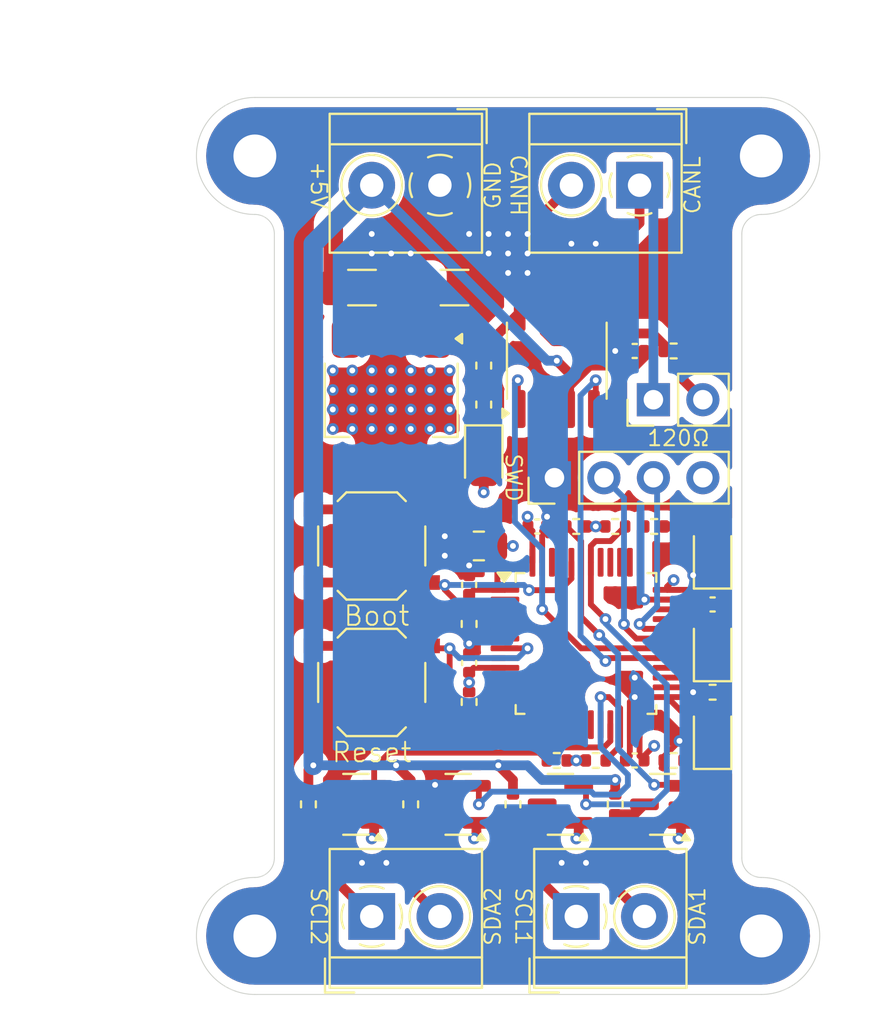
<source format=kicad_pcb>
(kicad_pcb (version 20240108) (generator "pcbnew") (generator_version "8.0")
  (layers (0 "F.Cu" signal) (1 "In1.Cu" signal) (2 "In2.Cu" signal) (31 "B.Cu" signal) (34 "B.Paste" user) (35 "F.Paste" user) (36 "B.SilkS" user "B.Silkscreen") (37 "F.SilkS" user "F.Silkscreen") (38 "B.Mask" user) (39 "F.Mask" user) (44 "Edge.Cuts" user))
  (net 0 "")
  (net 1 "CAN_TX")
  (net 2 "CANL")
  (net 3 "CANH")
  (net 4 "CAN_RX")
  (net 5 "+5V")
  (net 6 "Net-(U1-Rs)")
  (net 7 "GND")
  (net 9 "NRST")
  (net 10 "+3.3V")
  (net 11 "SYS_SWDIO")
  (net 12 "SYS_SWCLK")
  (net 13 "BOOT")
  (net 14 "Net-(D1-K)")
  (net 15 "Net-(J2-Pin_2)")
  (net 16 "I2C1_SDA")
  (net 22 "I2C2_SDA")
  (net 24 "I2C1_SCL")
  (net 38 "I2C2_SCL")
  (net 39 "DEBUG_LED1")
  (net 43 "DEBUG_LED3")
  (net 44 "DEBUG_LED2")
  (net 48 "Net-(D2-A)")
  (net 50 "Net-(D3-K)")
  (net 51 "Net-(D5-K)")
  (net 52 "I2C2_SCL_5V")
  (net 53 "I2C2_SDA_5V")
  (net 54 "I2C1_SDA_5V")
  (net 55 "I2C1_SCL_5V")
  (footprint "TerminalBlock_4Ucon:TerminalBlock_4Ucon_1x02_P3.50mm_Horizontal" (layer "F.Cu") (at 32.5 27.5 180)
    (property "Reference" "J3" (hide yes))
    (property "Value" "POWER IN")
  )
  (footprint "MountingHole:MountingHole_2.2mm_M2_Pad" (layer "F.Cu") (at 49 66)
    (property "Reference" "H4" (hide yes))
    (property "Value" "MountingHole_Pad")
  )
  (footprint "Capacitor_SMD:C_0402_1005Metric" (layer "F.Cu") (at 42.5 36 180)
    (property "Reference" "C5" (hide yes))
    (property "Value" "100n")
  )
  (footprint "MountingHole:MountingHole_2.2mm_M2_Pad" (layer "F.Cu") (at 49 26)
    (property "Reference" "H2" (hide yes))
    (property "Value" "MountingHole_Pad")
  )
  (footprint "Button_Switch_SMD:SW_Push_1P1T_XKB_TS-1187A" (layer "F.Cu") (at 29 46)
    (property "Reference" "SW2" (hide yes))
    (property "Value" "Boot")
  )
  (footprint "Resistor_SMD:R_0402_1005Metric" (layer "F.Cu") (at 34.75 38.75 -90)
    (property "Reference" "R5" (hide yes))
    (property "Value" "1k")
  )
  (footprint "LED_SMD:LED_0805_2012Metric" (layer "F.Cu") (at 46.5 55.75 90)
    (property "Reference" "D3" (hide yes))
    (property "Value" "Debug LED 3 GREEN")
  )
  (footprint "Resistor_SMD:R_0402_1005Metric" (layer "F.Cu") (at 36.25 59.25 90)
    (property "Reference" "R12" (hide yes))
    (property "Value" "10k")
  )
  (footprint "Resistor_SMD:R_0402_1005Metric" (layer "F.Cu") (at 40.5 57 180)
    (property "Reference" "R9" (hide yes))
    (property "Value" "10k")
  )
  (footprint "Package_TO_SOT_SMD:SOT-23" (layer "F.Cu") (at 38.6875 59.25 180)
    (property "Reference" "Q1" (hide yes))
    (property "Value" "2N7002")
  )
  (footprint "Capacitor_SMD:C_1206_3216Metric" (layer "F.Cu") (at 28.5 32.75)
    (property "Reference" "C6" (hide yes))
    (property "Value" "22u")
  )
  (footprint "Package_TO_SOT_SMD:SOT-23" (layer "F.Cu") (at 33.4375 59.25 180)
    (property "Reference" "Q4" (hide yes))
    (property "Value" "2N7002")
  )
  (footprint "Resistor_SMD:R_0402_1005Metric" (layer "F.Cu") (at 39.5 45)
    (property "Reference" "R7" (hide yes))
    (property "Value" "10k")
  )
  (footprint "Resistor_SMD:R_0402_1005Metric" (layer "F.Cu") (at 44.5 36)
    (property "Reference" "R1" (hide yes))
    (property "Value" "120")
  )
  (footprint "Capacitor_SMD:C_0402_1005Metric" (layer "F.Cu") (at 34 52 90)
    (property "Reference" "C1" (hide yes))
    (property "Value" "100n")
  )
  (footprint "LED_SMD:LED_0805_2012Metric" (layer "F.Cu") (at 46.5 46.5 90)
    (property "Reference" "D2" (hide yes))
    (property "Value" "Debug LED 1 RED")
  )
  (footprint "Resistor_SMD:R_0402_1005Metric" (layer "F.Cu") (at 25.75 59.25 90)
    (property "Reference" "R15" (hide yes))
    (property "Value" "10k")
  )
  (footprint "Capacitor_SMD:C_0402_1005Metric" (layer "F.Cu") (at 34 48 90)
    (property "Reference" "C9" (hide yes))
    (property "Value" "100n")
  )
  (footprint "Resistor_SMD:R_0402_1005Metric" (layer "F.Cu") (at 41.5 59.25 90)
    (property "Reference" "R14" (hide yes))
    (property "Value" "10k")
  )
  (footprint "Package_QFP:LQFP-48_7x7mm_P0.5mm" (layer "F.Cu") (at 40 51)
    (property "Reference" "U4" (hide yes))
    (property "Value" "STM32F103C8Tx")
  )
  (footprint "MountingHole:MountingHole_2.2mm_M2_Pad" (layer "F.Cu") (at 23 66)
    (property "Reference" "H3" (hide yes))
    (property "Value" "MountingHole_Pad")
  )
  (footprint "MountingHole:MountingHole_2.2mm_M2_Pad" (layer "F.Cu") (at 23 26)
    (property "Reference" "H1" (hide yes))
    (property "Value" "MountingHole_Pad")
  )
  (footprint "Connector_PinHeader_2.54mm:PinHeader_1x04_P2.54mm_Vertical" (layer "F.Cu") (at 38.38 42.5 90)
    (property "Reference" "J4" (hide yes))
    (property "Value" "Debug")
  )
  (footprint "Capacitor_SMD:C_0402_1005Metric" (layer "F.Cu") (at 42.5 57 180)
    (property "Reference" "C2" (hide yes))
    (property "Value" "100n")
  )
  (footprint "Connector_PinHeader_2.54mm:PinHeader_1x02_P2.54mm_Vertical" (layer "F.Cu") (at 43.46 38.5 90)
    (property "Reference" "J2" (hide yes))
    (property "Value" "CAN Term")
  )
  (footprint "Capacitor_SMD:C_1206_3216Metric" (layer "F.Cu") (at 33.25 32.75)
    (property "Reference" "C7" (hide yes))
    (property "Value" "22u")
  )
  (footprint "Resistor_SMD:R_0402_1005Metric" (layer "F.Cu") (at 34 54 -90)
    (property "Reference" "R3" (hide yes))
    (property "Value" "10k")
  )
  (footprint "Resistor_SMD:R_0402_1005Metric" (layer "F.Cu") (at 46.5 53.5 180)
    (property "Reference" "R13" (hide yes))
    (property "Value" "1k")
  )
  (footprint "Resistor_SMD:R_0402_1005Metric" (layer "F.Cu") (at 43.5 45)
    (property "Reference" "R10" (hide yes))
    (property "Value" "1k")
  )
  (footprint "Resistor_SMD:R_0402_1005Metric" (layer "F.Cu") (at 34 50 90)
    (property "Reference" "R4" (hide yes))
    (property "Value" "10k")
  )
  (footprint "Package_TO_SOT_SMD:SOT-23" (layer "F.Cu") (at 43.9375 59.25 180)
    (property "Reference" "Q2" (hide yes))
    (property "Value" "2N7002")
  )
  (footprint "Package_SO:SOIC-8_3.9x4.9mm_P1.27mm" (layer "F.Cu") (at 38.5 36.5 90)
    (property "Reference" "U1" (hide yes))
    (property "Value" "MCP2551-I-SN")
  )
  (footprint "Capacitor_SMD:C_0402_1005Metric" (layer "F.Cu") (at 46.5 49 180)
    (property "Reference" "C3" (hide yes))
    (property "Value" "100n")
  )
  (footprint "Capacitor_SMD:C_0402_1005Metric" (layer "F.Cu") (at 37.5 45)
    (property "Reference" "C8" (hide yes))
    (property "Value" "100n")
  )
  (footprint "Capacitor_SMD:C_0805_2012Metric" (layer "F.Cu") (at 34.5 46 180)
    (property "Reference" "C4" (hide yes))
    (property "Value" "10u")
  )
  (footprint "Package_TO_SOT_SMD:SOT-23" (layer "F.Cu") (at 28.1875 59.25 180)
    (property "Reference" "Q3" (hide yes))
    (property "Value" "2N7002")
  )
  (footprint "LED_SMD:LED_0805_2012Metric" (layer "F.Cu") (at 34.75 41.5 -90)
    (property "Reference" "D1" (hide yes))
    (property "Value" "Power (GREEN)")
  )
  (footprint "Resistor_SMD:R_0402_1005Metric" (layer "F.Cu") (at 44.5 57 180)
    (property "Reference" "R11" (hide yes))
    (property "Value" "1k")
  )
  (footprint "Resistor_SMD:R_0402_1005Metric" (layer "F.Cu") (at 41.5 45 180)
    (property "Reference" "R6" (hide yes))
    (property "Value" "10k")
  )
  (footprint "Resistor_SMD:R_0402_1005Metric" (layer "F.Cu") (at 31 59.25 90)
    (property "Reference" "R16" (hide yes))
    (property "Value" "10k")
  )
  (footprint "Button_Switch_SMD:SW_Push_1P1T_XKB_TS-1187A" (layer "F.Cu") (at 29 53 180)
    (property "Reference" "SW1" (hide yes))
    (property "Value" "Reset")
  )
  (footprint "TerminalBlock_4Ucon:TerminalBlock_4Ucon_1x02_P3.50mm_Horizontal" (layer "F.Cu") (at 29 65)
    (property "Reference" "J5" (hide yes))
    (property "Value" "I2C2 IO")
  )
  (footprint "TerminalBlock_4Ucon:TerminalBlock_4Ucon_1x02_P3.50mm_Horizontal" (layer "F.Cu") (at 42.75 27.5 180)
    (property "Reference" "J1" (hide yes))
    (property "Value" "CAN IO")
  )
  (footprint "TerminalBlock_4Ucon:TerminalBlock_4Ucon_1x02_P3.50mm_Horizontal" (layer "F.Cu") (at 39.5 65)
    (property "Reference" "J6" (hide yes))
    (property "Value" "I2C1 IO")
  )
  (footprint "Resistor_SMD:R_0402_1005Metric" (layer "F.Cu") (at 34.75 36.75 90)
    (property "Reference" "R2" (hide yes))
    (property "Value" "10k")
  )
  (footprint "Package_TO_SOT_SMD:SOT-223-3_TabPin2" (layer "F.Cu") (at 30 38.5 -90)
    (property "Reference" "U3" (hide yes))
    (property "Value" "AMS1117-3.3")
  )
  (footprint "Resistor_SMD:R_0402_1005Metric" (layer "F.Cu") (at 38.5 57)
    (property "Reference" "R8" (hide yes))
    (property "Value" "10k")
  )
  (footprint "LED_SMD:LED_0805_2012Metric" (layer "F.Cu") (at 46.5 51.25 90)
    (property "Reference" "D5" (hide yes))
    (property "Value" "Debug LED 2 YELLOW")
  )
  (gr_arc (start 49 63) (mid 48.292893 62.707107) (end 48 62) (stroke (width 0.05)) (layer "Edge.Cuts"))
  (gr_line (start 23 69) (end 49 69) (stroke (width 0.05)) (layer "Edge.Cuts"))
  (gr_arc (start 24 62) (mid 23.707107 62.707107) (end 23 63) (stroke (width 0.05)) (layer "Edge.Cuts"))
  (gr_line (start 24 30) (end 24 62) (stroke (width 0.05)) (layer "Edge.Cuts"))
  (gr_arc (start 48 30) (mid 48.292893 29.292893) (end 49 29) (stroke (width 0.05)) (layer "Edge.Cuts"))
  (gr_arc (start 49 23) (mid 52 26) (end 49 29) (stroke (width 0.05)) (layer "Edge.Cuts"))
  (gr_line (start 48 30) (end 48 62) (stroke (width 0.05)) (layer "Edge.Cuts"))
  (gr_arc (start 49 63) (mid 52 66) (end 49 69) (stroke (width 0.05)) (layer "Edge.Cuts"))
  (gr_arc (start 23 29) (mid 20 26) (end 23 23) (stroke (width 0.05)) (layer "Edge.Cuts"))
  (gr_line (start 23 23) (end 49 23) (stroke (width 0.05)) (layer "Edge.Cuts"))
  (gr_arc (start 23 69) (mid 20 66) (end 23 63) (stroke (width 0.05)) (layer "Edge.Cuts"))
  (gr_arc (start 23 29) (mid 23.707107 29.292893) (end 24 30) (stroke (width 0.05)) (layer "Edge.Cuts"))
  (gr_text "SCL2" (at 26.75 65 -90) (layer "F.SilkS") (effects (font (size 0.8 0.8) (thickness 0.1)) (justify top)))
  (gr_text "SDA2" (at 34.75 65 90) (layer "F.SilkS") (effects (font (size 0.8 0.8) (thickness 0.1)) (justify top)))
  (gr_text "CANL" (at 45 27.5 90) (layer "F.SilkS") (effects (font (size 0.8 0.8) (thickness 0.1)) (justify top)))
  (gr_text "SDA1" (at 45.25 65 90) (layer "F.SilkS") (effects (font (size 0.8 0.8) (thickness 0.1)) (justify top)))
  (gr_text "SWD" (at 36.75 42.5 -90) (layer "F.SilkS") (effects (font (size 0.8 0.8) (thickness 0.1)) (justify top)))
  (gr_text "+5V" (at 26.75 27.5 270) (layer "F.SilkS") (effects (font (size 0.8 0.8) (thickness 0.1)) (justify top)))
  (gr_text "Reset" (at 29 56 0) (layer "F.SilkS") (effects (font (size 1 1) (thickness 0.1)) (justify top)))
  (gr_text "120Ω" (at 44.75 40 0) (layer "F.SilkS") (effects (font (size 0.8 0.8) (thickness 0.1)) (justify top)))
  (gr_text "GND" (at 34.75 27.5 90) (layer "F.SilkS") (effects (font (size 0.8 0.8) (thickness 0.1)) (justify top)))
  (gr_text "Boot" (at 29.25 49 0) (layer "F.SilkS") (effects (font (size 1 1) (thickness 0.1)) (justify top)))
  (gr_text "SCL1" (at 37.25 65 -90) (layer "F.SilkS") (effects (font (size 0.8 0.8) (thickness 0.1)) (justify top)))
  (gr_text "CANH" (at 37 27.5 270) (layer "F.SilkS") (effects (font (size 0.8 0.8) (thickness 0.1)) (justify top)))
  (segment (start 36.5 37.5) (end 36.5 38.88) (width 0.3) (layer "F.Cu") (net 1))
  (segment (start 44.1625 51.25) (end 39.75 51.25) (width 0.3) (layer "F.Cu") (net 1))
  (segment (start 36.5 38.88) (end 36.595 38.975) (width 0.3) (layer "F.Cu") (net 1))
  (segment (start 39.75 51.25) (end 37.75 49.25) (width 0.3) (layer "F.Cu") (net 1))
  (via (at 36.5 37.5) (size 0.6) (drill 0.3) (layers "F.Cu" "B.Cu") (net 1))
  (via (at 37.75 49.25) (size 0.6) (drill 0.3) (layers "F.Cu" "B.Cu") (net 1))
  (segment (start 37.75 46.169239) (end 36.35 44.769239) (width 0.3) (layer "B.Cu") (net 1))
  (segment (start 37.75 49.25) (end 37.75 46.169239) (width 0.3) (layer "B.Cu") (net 1))
  (segment (start 36.35 44.769239) (end 36.35 37.65) (width 0.3) (layer "B.Cu") (net 1))
  (segment (start 36.35 37.65) (end 36.5 37.5) (width 0.3) (layer "B.Cu") (net 1))
  (segment (start 39.135 34.025) (end 39.135 33.050001) (width 0.5) (layer "F.Cu") (net 2))
  (segment (start 42.75 29.435001) (end 42.75 27.5) (width 0.5) (layer "F.Cu") (net 2))
  (segment (start 39.135 33.050001) (end 42.75 29.435001) (width 0.5) (layer "F.Cu") (net 2))
  (segment (start 43.46 38.5) (end 43.46 28.21) (width 0.5) (layer "B.Cu") (net 2))
  (segment (start 43.46 28.21) (end 42.75 27.5) (width 0.5) (layer "B.Cu") (net 2))
  (segment (start 43.412683 35.102684) (end 41.155 35.102684) (width 0.5) (layer "F.Cu") (net 3))
  (segment (start 37.865 28.885) (end 39.25 27.5) (width 0.5) (layer "F.Cu") (net 3))
  (segment (start 43.99 36) (end 43.99 35.680001) (width 0.5) (layer "F.Cu") (net 3))
  (segment (start 37.865 34.025) (end 37.865 28.885) (width 0.5) (layer "F.Cu") (net 3))
  (segment (start 38.365001 35.5) (end 37.865 34.999999) (width 0.5) (layer "F.Cu") (net 3))
  (segment (start 40.757684 35.5) (end 38.365001 35.5) (width 0.5) (layer "F.Cu") (net 3))
  (segment (start 41.155 35.102684) (end 40.757684 35.5) (width 0.5) (layer "F.Cu") (net 3))
  (segment (start 37.865 34.999999) (end 37.865 34.025) (width 0.5) (layer "F.Cu") (net 3))
  (segment (start 43.99 35.680001) (end 43.412683 35.102684) (width 0.5) (layer "F.Cu") (net 3))
  (segment (start 44.1625 51.75) (end 41.15 51.75) (width 0.3) (layer "F.Cu") (net 4))
  (segment (start 40.5 38.88) (end 40.405 38.975) (width 0.3) (layer "F.Cu") (net 4))
  (segment (start 40.5 37.5) (end 40.5 38.88) (width 0.3) (layer "F.Cu") (net 4))
  (segment (start 41.15 51.75) (end 41 51.9) (width 0.3) (layer "F.Cu") (net 4))
  (via (at 40.5 37.5) (size 0.6) (drill 0.3) (layers "F.Cu" "B.Cu") (net 4))
  (via (at 41 51.9) (size 0.6) (drill 0.3) (layers "F.Cu" "B.Cu") (net 4))
  (segment (start 41 51.9) (end 39.72 50.62) (width 0.3) (layer "B.Cu") (net 4))
  (segment (start 39.72 38.28) (end 40.5 37.5) (width 0.3) (layer "B.Cu") (net 4))
  (segment (start 39.72 50.62) (end 39.72 38.28) (width 0.3) (layer "B.Cu") (net 4))
  (segment (start 27.7 33.425) (end 27.025 32.75) (width 1) (layer "F.Cu") (net 5))
  (segment (start 40.189339 36.75) (end 41.621734 36.75) (width 0.5) (layer "F.Cu") (net 5))
  (segment (start 36.25 58.74) (end 36.25 58) (width 0.5) (layer "F.Cu") (net 5))
  (segment (start 41.631734 36.76) (end 42.529999 36.76) (width 0.5) (layer "F.Cu") (net 5))
  (segment (start 31 58.74) (end 31 58) (width 0.5) (layer "F.Cu") (net 5))
  (segment (start 39.135 37.135) (end 38.5 36.5) (width 0.5) (layer "F.Cu") (net 5))
  (segment (start 25.75 57.5) (end 26 57.25) (width 0.5) (layer "F.Cu") (net 5))
  (segment (start 27.025 32.75) (end 27.025 29.475) (width 1) (layer "F.Cu") (net 5))
  (segment (start 39.135 37.804339) (end 40.189339 36.75) (width 0.5) (layer "F.Cu") (net 5))
  (segment (start 27.025 29.475) (end 29 27.5) (width 1) (layer "F.Cu") (net 5))
  (segment (start 41.621734 36.75) (end 41.631734 36.76) (width 0.5) (layer "F.Cu") (net 5))
  (segment (start 25.75 58.74) (end 25.75 57.5) (width 0.5) (layer "F.Cu") (net 5))
  (segment (start 39.135 38.975) (end 39.135 37.135) (width 0.5) (layer "F.Cu") (net 5))
  (segment (start 41.5 58.74) (end 41.5 58) (width 0.5) (layer "F.Cu") (net 5))
  (segment (start 42.98 36.309999) (end 42.98 36) (width 0.5) (layer "F.Cu") (net 5))
  (segment (start 27.7 35.35) (end 27.7 33.425) (width 1) (layer "F.Cu") (net 5))
  (segment (start 39.135 38.975) (end 39.135 37.804339) (width 0.5) (layer "F.Cu") (net 5))
  (segment (start 36.25 58) (end 35.5 57.25) (width 0.5) (layer "F.Cu") (net 5))
  (segment (start 31 58) (end 30.25 57.25) (width 0.5) (layer "F.Cu") (net 5))
  (segment (start 42.529999 36.76) (end 42.98 36.309999) (width 0.5) (layer "F.Cu") (net 5))
  (via (at 26 57.25) (size 0.6) (drill 0.3) (layers "F.Cu" "B.Cu") (net 5))
  (via (at 30.25 57.25) (size 0.6) (drill 0.3) (layers "F.Cu" "B.Cu") (net 5))
  (via (at 38.5 36.5) (size 0.6) (drill 0.3) (layers "F.Cu" "B.Cu") (net 5))
  (via (at 35.5 57.25) (size 0.6) (drill 0.3) (layers "F.Cu" "B.Cu") (net 5))
  (via (at 41.5 58) (size 0.6) (drill 0.3) (layers "F.Cu" "B.Cu") (net 5))
  (segment (start 37.75 58) (end 37 57.25) (width 0.5) (layer "B.Cu") (net 5))
  (segment (start 37 57.25) (end 35.5 57.25) (width 0.5) (layer "B.Cu") (net 5))
  (segment (start 38 36.5) (end 29 27.5) (width 0.5) (layer "B.Cu") (net 5))
  (segment (start 26 30.5) (end 26 57.25) (width 1) (layer "B.Cu") (net 5))
  (segment (start 35.5 57.25) (end 30.25 57.25) (width 0.5) (layer "B.Cu") (net 5))
  (segment (start 38.5 36.5) (end 38 36.5) (width 0.5) (layer "B.Cu") (net 5))
  (segment (start 41.5 58) (end 37.75 58) (width 0.5) (layer "B.Cu") (net 5))
  (segment (start 30.25 57.25) (end 26 57.25) (width 0.5) (layer "B.Cu") (net 5))
  (segment (start 29 27.5) (end 26 30.5) (width 1) (layer "B.Cu") (net 5))
  (segment (start 34.75 36.24) (end 34.75 35.87) (width 0.5) (layer "F.Cu") (net 6))
  (segment (start 34.75 35.87) (end 36.595 34.025) (width 0.5) (layer "F.Cu") (net 6))
  (segment (start 45.25312 49) (end 45.00312 48.75) (width 0.3) (layer "F.Cu") (net 7))
  (segment (start 46.02 49) (end 45.25312 49) (width 0.3) (layer "F.Cu") (net 7))
  (segment (start 42.25 56.77) (end 42.02 57) (width 0.3) (layer "F.Cu") (net 7))
  (segment (start 34.75 38.24) (end 34.75 37.26) (width 0.5) (layer "F.Cu") (net 7))
  (segment (start 42.25 54) (end 42.5 53.75) (width 0.3) (layer "F.Cu") (net 7))
  (segment (start 43.99 57) (end 43.99 56.807017) (width 0.3) (layer "F.Cu") (net 7))
  (segment (start 45.5 53.5) (end 45.99 53.5) (width 0.5) (layer "F.Cu") (net 7))
  (segment (start 46.4375 47.5) (end 46.5 47.4375) (width 0.5) (layer "F.Cu") (net 7))
  (segment (start 37.75 45.23) (end 37.98 45) (width 0.3) (layer "F.Cu") (net 7))
  (segment (start 45.5 47.5) (end 46.4375 47.5) (width 0.5) (layer "F.Cu") (net 7))
  (segment (start 44.1625 48.75) (end 43 48.75) (width 0.3) (layer "F.Cu") (net 7))
  (segment (start 41.5 36) (end 42.02 36) (width 0.5) (layer "F.Cu") (net 7))
  (segment (start 37.98 45) (end 37.98 44.52) (width 0.3) (layer "F.Cu") (net 7))
  (segment (start 37.98 44.52) (end 38 44.5) (width 0.3) (layer "F.Cu") (net 7))
  (segment (start 34.23 51.75) (end 34 51.52) (width 0.3) (layer "F.Cu") (net 7))
  (segment (start 37.75 46.8375) (end 37.75 45.23) (width 0.3) (layer "F.Cu") (net 7))
  (segment (start 42.25 55.1625) (end 42.25 54) (width 0.3) (layer "F.Cu") (net 7))
  (segment (start 43.99 56.807017) (end 44.8 55.997017) (width 0.3) (layer "F.Cu") (net 7))
  (segment (start 35.8375 51.75) (end 34.23 51.75) (width 0.3) (layer "F.Cu") (net 7))
  (segment (start 45.00312 48.75) (end 44.1625 48.75) (width 0.3) (layer "F.Cu") (net 7))
  (segment (start 42.25 55.1625) (end 42.25 56.77) (width 0.3) (layer "F.Cu") (net 7))
  (via (at 31 31) (size 0.6) (drill 0.3) (layers "F.Cu" "B.Cu") (net 7))
  (via (at 29 30) (size 0.6) (drill 0.3) (layers "F.Cu" "B.Cu") (net 7))
  (via (at 41.5 36) (size 0.6) (drill 0.3) (layers "F.Cu" "B.Cu") (net 7))
  (via (at 35 30) (size 0.6) (drill 0.3) (layers "F.Cu" "B.Cu") (net 7))
  (via (at 40.5 30.5) (size 0.6) (drill 0.3) (layers "F.Cu" "B.Cu") (net 7))
  (via (at 29.75 62.25) (size 0.6) (drill 0.3) (layers "F.Cu" "B.Cu") (net 7))
  (via (at 42.5 53.75) (size 0.6) (drill 0.3) (layers "F.Cu" "B.Cu") (net 7))
  (via (at 38 44.5) (size 0.6) (drill 0.3) (layers "F.Cu" "B.Cu") (net 7))
  (via (at 28.5 62.25) (size 0.6) (drill 0.3) (layers "F.Cu" "B.Cu") (net 7))
  (via (at 38.75 62.25) (size 0.6) (drill 0.3) (layers "F.Cu" "B.Cu") (net 7))
  (via (at 35 31) (size 0.6) (drill 0.3) (layers "F.Cu" "B.Cu") (net 7))
  (via (at 32.75 45.5) (size 0.6) (drill 0.3) (layers "F.Cu" "B.Cu") (net 7))
  (via (at 32.25 58.25) (size 0.6) (drill 0.3) (layers "F.Cu" "B.Cu") (net 7))
  (via (at 37 31) (size 0.6) (drill 0.3) (layers "F.Cu" "B.Cu") (net 7))
  (via (at 30 31) (size 0.6) (drill 0.3) (layers "F.Cu" "B.Cu") (net 7))
  (via (at 32.75 46.5) (size 0.6) (drill 0.3) (layers "F.Cu" "B.Cu") (net 7))
  (via (at 45.5 53.5) (size 0.6) (drill 0.3) (layers "F.Cu" "B.Cu") (net 7))
  (via (at 39.25 30.5) (size 0.6) (drill 0.3) (layers "F.Cu" "B.Cu") (net 7))
  (via (at 34 30) (size 0.6) (drill 0.3) (layers "F.Cu" "B.Cu") (net 7))
  (via (at 37 32) (size 0.6) (drill 0.3) (layers "F.Cu" "B.Cu") (net 7))
  (via (at 42.5 52.75) (size 0.6) (drill 0.3) (layers "F.Cu" "B.Cu") (net 7))
  (via (at 34 47) (size 0.6) (drill 0.3) (layers "F.Cu" "B.Cu") (net 7))
  (via (at 36 32) (size 0.6) (drill 0.3) (layers "F.Cu" "B.Cu") (net 7))
  (via (at 37 30) (size 0.6) (drill 0.3) (layers "F.Cu" "B.Cu") (net 7))
  (via (at 34 51) (size 0.6) (drill 0.3) (layers "F.Cu" "B.Cu") (net 7))
  (via (at 43 48.75) (size 0.6) (drill 0.3) (layers "F.Cu" "B.Cu") (net 7))
  (via (at 36 31) (size 0.6) (drill 0.3) (layers "F.Cu" "B.Cu") (net 7))
  (via (at 40 62.25) (size 0.6) (drill 0.3) (layers "F.Cu" "B.Cu") (net 7))
  (via (at 45.5 47.5) (size 0.6) (drill 0.3) (layers "F.Cu" "B.Cu") (net 7))
  (via (at 44.8 55.997017) (size 0.6) (drill 0.3) (layers "F.Cu" "B.Cu") (net 7))
  (via (at 29 31) (size 0.6) (drill 0.3) (layers "F.Cu" "B.Cu") (net 7))
  (via (at 36 30) (size 0.6) (drill 0.3) (layers "F.Cu" "B.Cu") (net 7))
  (segment (start 32.125 51.25) (end 32 51.125) (width 0.3) (layer "F.Cu") (net 9))
  (segment (start 26 51.125) (end 32 51.125) (width 0.5) (layer "F.Cu") (net 9))
  (segment (start 33 53.51) (end 34 54.51) (width 0.3) (layer "F.Cu") (net 9))
  (segment (start 33 51.25) (end 33 53.51) (width 0.3) (layer "F.Cu") (net 9))
  (segment (start 33 51.25) (end 32.125 51.25) (width 0.3) (layer "F.Cu") (net 9))
  (segment (start 35.8375 51.25) (end 37 51.25) (width 0.3) (layer "F.Cu") (net 9))
  (via (at 37 51.25) (size 0.6) (drill 0.3) (layers "F.Cu" "B.Cu") (net 9))
  (via (at 33 51.25) (size 0.6) (drill 0.3) (layers "F.Cu" "B.Cu") (net 9))
  (segment (start 36.5 51.75) (end 33.5 51.75) (width 0.3) (layer "B.Cu") (net 9))
  (segment (start 33.5 51.75) (end 33 51.25) (width 0.3) (layer "B.Cu") (net 9))
  (segment (start 37 51.25) (end 36.5 51.75) (width 0.3) (layer "B.Cu") (net 9))
  (segment (start 27.525 44.125) (end 30 41.65) (width 0.5) (layer "F.Cu") (net 10))
  (segment (start 35.8375 48.25) (end 34.23 48.25) (width 0.3) (layer "F.Cu") (net 10))
  (segment (start 34.375 60.2) (end 34.375 60.875) (width 0.5) (layer "F.Cu") (net 10))
  (segment (start 31.775 33.27543) (end 31.775 32.75) (width 1) (layer "F.Cu") (net 10))
  (segment (start 46.98 49) (end 46.98 48.953154) (width 0.3) (layer "F.Cu") (net 10))
  (segment (start 30 35.35) (end 30 35) (width 1) (layer "F.Cu") (net 10))
  (segment (start 44.875 60.2) (end 44.875 60.875) (width 0.5) (layer "F.Cu") (net 10))
  (segment (start 39.01 57) (end 39.5 57) (width 0.5) (layer "F.Cu") (net 10))
  (segment (start 42.98 57) (end 42.98 56.77) (width 0.3) (layer "F.Cu") (net 10))
  (segment (start 40.01 45) (end 40.5 45) (width 0.5) (layer "F.Cu") (net 10))
  (segment (start 42.75 56.77) (end 42.98 57) (width 0.3) (layer "F.Cu") (net 10))
  (segment (start 40.99 45) (end 40.5 45) (width 0.5) (layer "F.Cu") (net 10))
  (segment (start 26 44.125) (end 27.525 44.125) (width 0.5) (layer "F.Cu") (net 10))
  (segment (start 45.25 48.25) (end 44.1625 48.25) (width 0.3) (layer "F.Cu") (net 10))
  (segment (start 35.45 47.8625) (end 35.8375 48.25) (width 0.3) (layer "F.Cu") (net 10))
  (segment (start 30.65 34.35) (end 30.70043 34.35) (width 1) (layer "F.Cu") (net 10))
  (segment (start 35.45 46) (end 36.25 46) (width 0.3) (layer "F.Cu") (net 10))
  (segment (start 34.23 52.25) (end 34 52.48) (width 0.3) (layer "F.Cu") (net 10))
  (segment (start 44.1625 48.0875) (end 44.5 47.75) (width 0.3) (layer "F.Cu") (net 10))
  (segment (start 45.34 48.34) (end 45.25 48.25) (width 0.3) (layer "F.Cu") (net 10))
  (segment (start 39.99 57) (end 39.5 57) (width 0.5) (layer "F.Cu") (net 10))
  (segment (start 34.375 60.875) (end 34.25 61) (width 0.5) (layer "F.Cu") (net 10))
  (segment (start 35.45 46) (end 35.45 47.8625) (width 0.3) (layer "F.Cu") (net 10))
  (segment (start 34 52.48) (end 34 53) (width 0.3) (layer "F.Cu") (net 10))
  (segment (start 37.02 44.52) (end 37 44.5) (width 0.3) (layer "F.Cu") (net 10))
  (segment (start 42.98 56.77) (end 43.5 56.25) (width 0.3) (layer "F.Cu") (net 10))
  (segment (start 30.70043 34.35) (end 31.775 33.27543) (width 1) (layer "F.Cu") (net 10))
  (segment (start 39.625 60.875) (end 39.5 61) (width 0.5) (layer "F.Cu") (net 10))
  (segment (start 34.23 48.25) (end 34 48.48) (width 0.3) (layer "F.Cu") (net 10))
  (segment (start 37.02 45) (end 37.02 44.52) (width 0.3) (layer "F.Cu") (net 10))
  (segment (start 34 53.49) (end 34 53) (width 0.3) (layer "F.Cu") (net 10))
  (segment (start 37.25 46.8375) (end 37.25 45.23) (width 0.3) (layer "F.Cu") (net 10))
  (segment (start 29.125 60.2) (end 29.125 60.875) (width 0.5) (layer "F.Cu") (net 10))
  (segment (start 35.8375 52.25) (end 34.23 52.25) (width 0.3) (layer "F.Cu") (net 10))
  (segment (start 39.625 60.2) (end 39.625 60.875) (width 0.5) (layer "F.Cu") (net 10))
  (segment (start 34.75 43.25) (end 34.75 42.4375) (width 0.5) (layer "F.Cu") (net 10))
  (segment (start 32 43.65) (end 30 41.65) (width 0.5) (layer "F.Cu") (net 10))
  (segment (start 46.98 48.953154) (end 46.366846 48.34) (width 0.3) (layer "F.Cu") (net 10))
  (segment (start 44.1625 48.25) (end 44.1625 48.0875) (width 0.3) (layer "F.Cu") (net 10))
  (segment (start 29.125 60.875) (end 29 61) (width 0.5) (layer "F.Cu") (net 10))
  (segment (start 30 35) (end 30.65 34.35) (width 1) (layer "F.Cu") (net 10))
  (segment (start 44.875 60.875) (end 44.75 61) (width 0.5) (layer "F.Cu") (net 10))
  (segment (start 46.366846 48.34) (end 45.34 48.34) (width 0.3) (layer "F.Cu") (net 10))
  (segment (start 32 44.125) (end 32 43.65) (width 0.5) (layer "F.Cu") (net 10))
  (segment (start 37.25 45.23) (end 37.02 45) (width 0.3) (layer "F.Cu") (net 10))
  (segment (start 42.75 55.1625) (end 42.75 56.77) (width 0.3) (layer "F.Cu") (net 10))
  (via (at 34.25 61) (size 0.6) (drill 0.3) (layers "F.Cu" "B.Cu") (net 10))
  (via (at 31 37) (size 0.6) (drill 0.3) (layers "F.Cu" "B.Cu") (net 10))
  (via (at 27 37) (size 0.6) (drill 0.3) (layers "F.Cu" "B.Cu") (net 10))
  (via (at 39.5 61) (size 0.6) (drill 0.3) (layers "F.Cu" "B.Cu") (net 10))
  (via (at 32 37) (size 0.6) (drill 0.3) (layers "F.Cu" "B.Cu") (net 10))
  (via (at 30 40) (size 0.6) (drill 0.3) (layers "F.Cu" "B.Cu") (net 10))
  (via (at 40.5 45) (size 0.6) (drill 0.3) (layers "F.Cu" "B.Cu") (net 10))
  (via (at 31 40) (size 0.6) (drill 0.3) (layers "F.Cu" "B.Cu") (net 10))
  (via (at 32 38) (size 0.6) (drill 0.3) (layers "F.Cu" "B.Cu") (net 10))
  (via (at 36.25 46) (size 0.6) (drill 0.3) (layers "F.Cu" "B.Cu") (net 10))
  (via (at 32 40) (size 0.6) (drill 0.3) (layers "F.Cu" "B.Cu") (net 10))
  (via (at 33 37) (size 0.6) (drill 0.3) (layers "F.Cu" "B.Cu") (net 10))
  (via (at 29 40) (size 0.6) (drill 0.3) (layers "F.Cu" "B.Cu") (net 10))
  (via (at 28 38) (size 0.6) (drill 0.3) (layers "F.Cu" "B.Cu") (net 10))
  (via (at 37 44.5) (size 0.6) (drill 0.3) (layers "F.Cu" "B.Cu") (net 10))
  (via (at 34.75 43.25) (size 0.6) (drill 0.3) (layers "F.Cu" "B.Cu") (net 10))
  (via (at 43.5 56.25) (size 0.6) (drill 0.3) (layers "F.Cu" "B.Cu") (net 10))
  (via (at 28 39) (size 0.6) (drill 0.3) (layers "F.Cu" "B.Cu") (net 10))
  (via (at 29 61) (size 0.6) (drill 0.3) (layers "F.Cu" "B.Cu") (net 10))
  (via (at 28 37) (size 0.6) (drill 0.3) (layers "F.Cu" "B.Cu") (net 10))
  (via (at 27 38) (size 0.6) (drill 0.3) (layers "F.Cu" "B.Cu") (net 10))
  (via (at 30 38) (size 0.6) (drill 0.3) (layers "F.Cu" "B.Cu") (net 10))
  (via (at 27 40) (size 0.6) (drill 0.3) (layers "F.Cu" "B.Cu") (net 10))
  (via (at 29 38) (size 0.6) (drill 0.3) (layers "F.Cu" "B.Cu") (net 10))
  (via (at 44.5 47.75) (size 0.6) (drill 0.3) (layers "F.Cu" "B.Cu") (net 10))
  (via (at 39.5 57) (size 0.6) (drill 0.3) (layers "F.Cu" "B.Cu") (net 10))
  (via (at 31 38) (size 0.6) (drill 0.3) (layers "F.Cu" "B.Cu") (net 10))
  (via (at 30 39) (size 0.6) (drill 0.3) (layers "F.Cu" "B.Cu") (net 10))
  (via (at 29 39) (size 0.6) (drill 0.3) (layers "F.Cu" "B.Cu") (net 10))
  (via (at 34 53) (size 0.6) (drill 0.3) (layers "F.Cu" "B.Cu") (net 10))
  (via (at 33 39) (size 0.6) (drill 0.3) (layers "F.Cu" "B.Cu") (net 10))
  (via (at 32 39) (size 0.6) (drill 0.3) (layers "F.Cu" "B.Cu") (net 10))
  (via (at 27 39) (size 0.6) (drill 0.3) (layers "F.Cu" "B.Cu") (net 10))
  (via (at 33 40) (size 0.6) (drill 0.3) (layers "F.Cu" "B.Cu") (net 10))
  (via (at 28 40) (size 0.6) (drill 0.3) (layers "F.Cu" "B.Cu") (net 10))
  (via (at 44.75 61) (size 0.6) (drill 0.3) (layers "F.Cu" "B.Cu") (net 10))
  (via (at 31 39) (size 0.6) (drill 0.3) (layers "F.Cu" "B.Cu") (net 10))
  (via (at 33 38) (size 0.6) (drill 0.3) (layers "F.Cu" "B.Cu") (net 10))
  (via (at 30 37) (size 0.6) (drill 0.3) (layers "F.Cu" "B.Cu") (net 10))
  (via (at 29 37) (size 0.6) (drill 0.3) (layers "F.Cu" "B.Cu") (net 10))
  (segment (start 41.949997 50.119236) (end 41.949997 50) (width 0.3) (layer "F.Cu") (net 11))
  (segment (start 44.1625 50.75) (end 42.580761 50.75) (width 0.3) (layer "F.Cu") (net 11))
  (segment (start 42.580761 50.75) (end 41.949997 50.119236) (width 0.3) (layer "F.Cu") (net 11))
  (via (at 41.949997 50) (size 0.6) (drill 0.3) (layers "F.Cu" "B.Cu") (net 11))
  (segment (start 41.949997 43.529997) (end 40.92 42.5) (width 0.3) (layer "B.Cu") (net 11))
  (segment (start 41.949997 50) (end 41.949997 43.529997) (width 0.3) (layer "B.Cu") (net 11))
  (segment (start 43 50.25) (end 42.75 50) (width 0.3) (layer "F.Cu") (net 12))
  (segment (start 44.1625 50.25) (end 43 50.25) (width 0.3) (layer "F.Cu") (net 12))
  (via (at 42.75 50) (size 0.6) (drill 0.3) (layers "F.Cu" "B.Cu") (net 12))
  (segment (start 43.65 42.69) (end 43.46 42.5) (width 0.3) (layer "B.Cu") (net 12))
  (segment (start 43.65 49.1) (end 43.65 42.69) (width 0.3) (layer "B.Cu") (net 12))
  (segment (start 42.75 50) (end 43.65 49.1) (width 0.3) (layer "B.Cu") (net 12))
  (segment (start 39.25 47.67812) (end 38.660864 48.267256) (width 0.3) (layer "F.Cu") (net 13))
  (segment (start 32.75 48.24) (end 34 49.49) (width 0.3) (layer "F.Cu") (net 13))
  (segment (start 26 47.875) (end 32 47.875) (width 0.5) (layer "F.Cu") (net 13))
  (segment (start 32.125 48) (end 32 47.875) (width 0.3) (layer "F.Cu") (net 13))
  (segment (start 39.25 46.8375) (end 39.25 47.67812) (width 0.3) (layer "F.Cu") (net 13))
  (segment (start 38.660864 48.267256) (end 37.075 48.267256) (width 0.3) (layer "F.Cu") (net 13))
  (segment (start 32.75 48) (end 32.125 48) (width 0.3) (layer "F.Cu") (net 13))
  (segment (start 32.75 48) (end 32.75 48.24) (width 0.3) (layer "F.Cu") (net 13))
  (via (at 32.75 48) (size 0.6) (drill 0.3) (layers "F.Cu" "B.Cu") (net 13))
  (via (at 37.075 48.267256) (size 0.6) (drill 0.3) (layers "F.Cu" "B.Cu") (net 13))
  (segment (start 36.807744 48) (end 32.75 48) (width 0.3) (layer "B.Cu") (net 13))
  (segment (start 37.075 48.267256) (end 36.807744 48) (width 0.3) (layer "B.Cu") (net 13))
  (segment (start 34.75 39.26) (end 34.75 40.5625) (width 0.5) (layer "F.Cu") (net 14))
  (segment (start 45.01 37.51) (end 46 38.5) (width 0.5) (layer "F.Cu") (net 15))
  (segment (start 45.01 36) (end 45.01 37.51) (width 0.5) (layer "F.Cu") (net 15))
  (segment (start 39.75 45.76) (end 38.99 45) (width 0.3) (layer "F.Cu") (net 16))
  (segment (start 44.825 58.25) (end 44.875 58.3) (width 0.3) (layer "F.Cu") (net 16))
  (segment (start 43.5 58.25) (end 44.825 58.25) (width 0.3) (layer "F.Cu") (net 16))
  (segment (start 39.75 49.638482) (end 40.680759 50.569241) (width 0.3) (layer "F.Cu") (net 16))
  (segment (start 39.75 46.8375) (end 39.75 45.76) (width 0.3) (layer "F.Cu") (net 16))
  (segment (start 39.75 46.8375) (end 39.75 49.638482) (width 0.3) (layer "F.Cu") (net 16))
  (via (at 40.680759 50.569241) (size 0.6) (drill 0.3) (layers "F.Cu" "B.Cu") (net 16))
  (via (at 43.5 58.25) (size 0.6) (drill 0.3) (layers "F.Cu" "B.Cu") (net 16))
  (segment (start 41.65 51.538482) (end 41.65 56.4) (width 0.3) (layer "B.Cu") (net 16))
  (segment (start 40.680759 50.569241) (end 41.65 51.538482) (width 0.3) (layer "B.Cu") (net 16))
  (segment (start 41.65 56.4) (end 43.5 58.25) (width 0.3) (layer "B.Cu") (net 16))
  (segment (start 34.5 58.425) (end 34.375 58.3) (width 0.3) (layer "F.Cu") (net 22))
  (segment (start 34.5 59.25) (end 34.5 58.425) (width 0.3) (layer "F.Cu") (net 22))
  (segment (start 41.01 57) (end 41.75 56.26) (width 0.3) (layer "F.Cu") (net 22))
  (segment (start 41.75 56.26) (end 41.75 55.1625) (width 0.3) (layer "F.Cu") (net 22))
  (segment (start 41.75 55.1625) (end 41.75 54.32188) (width 0.3) (layer "F.Cu") (net 22))
  (segment (start 41.75 54.32188) (end 41.17812 53.75) (width 0.3) (layer "F.Cu") (net 22))
  (segment (start 41.17812 53.75) (end 40.75 53.75) (width 0.3) (layer "F.Cu") (net 22))
  (via (at 40.75 53.75) (size 0.6) (drill 0.3) (layers "F.Cu" "B.Cu") (net 22))
  (via (at 34.5 59.25) (size 0.6) (drill 0.3) (layers "F.Cu" "B.Cu") (net 22))
  (segment (start 42.15 58.269239) (end 41.669239 58.75) (width 0.3) (layer "B.Cu") (net 22))
  (segment (start 35.15 58.6) (end 34.5 59.25) (width 0.3) (layer "B.Cu") (net 22))
  (segment (start 40.75 53.75) (end 40.75 56.330761) (width 0.3) (layer "B.Cu") (net 22))
  (segment (start 40.419239 58.75) (end 40.269239 58.6) (width 0.3) (layer "B.Cu") (net 22))
  (segment (start 41.669239 58.75) (end 40.419239 58.75) (width 0.3) (layer "B.Cu") (net 22))
  (segment (start 40.75 56.330761) (end 42.15 57.730761) (width 0.3) (layer "B.Cu") (net 22))
  (segment (start 42.15 57.730761) (end 42.15 58.269239) (width 0.3) (layer "B.Cu") (net 22))
  (segment (start 40.269239 58.6) (end 35.15 58.6) (width 0.3) (layer "B.Cu") (net 22))
  (segment (start 41.26 45.75) (end 42.01 45) (width 0.3) (layer "F.Cu") (net 24))
  (segment (start 40 58.675) (end 39.625 58.3) (width 0.3) (layer "F.Cu") (net 24))
  (segment (start 40.25 46.8375) (end 40.25 49) (width 0.3) (layer "F.Cu") (net 24))
  (segment (start 40 59.25) (end 40 58.675) (width 0.3) (layer "F.Cu") (net 24))
  (segment (start 40.25 45.99688) (end 40.49688 45.75) (width 0.3) (layer "F.Cu") (net 24))
  (segment (start 40.25 49) (end 41 49.75) (width 0.3) (layer "F.Cu") (net 24))
  (segment (start 40.25 46.8375) (end 40.25 45.99688) (width 0.3) (layer "F.Cu") (net 24))
  (segment (start 40.49688 45.75) (end 41.26 45.75) (width 0.3) (layer "F.Cu") (net 24))
  (via (at 41 49.75) (size 0.6) (drill 0.3) (layers "F.Cu" "B.Cu") (net 24))
  (via (at 40 59.25) (size 0.6) (drill 0.3) (layers "F.Cu" "B.Cu") (net 24))
  (segment (start 44.15 58.519239) (end 43.419239 59.25) (width 0.3) (layer "B.Cu") (net 24))
  (segment (start 41 49.75) (end 41 49.969243) (width 0.3) (layer "B.Cu") (net 24))
  (segment (start 44.15 53.119243) (end 44.15 58.519239) (width 0.3) (layer "B.Cu") (net 24))
  (segment (start 41 49.969243) (end 44.15 53.119243) (width 0.3) (layer "B.Cu") (net 24))
  (segment (start 43.419239 59.25) (end 40 59.25) (width 0.3) (layer "B.Cu") (net 24))
  (segment (start 29.125 57.375) (end 29.125 58.3) (width 0.3) (layer "F.Cu") (net 38))
  (segment (start 41.25 55.1625) (end 41.25 56.00312) (width 0.3) (layer "F.Cu") (net 38))
  (segment (start 37.59 56.6) (end 29.9 56.6) (width 0.3) (layer "F.Cu") (net 38))
  (segment (start 41.25 56.00312) (end 40.92312 56.33) (width 0.3) (layer "F.Cu") (net 38))
  (segment (start 38.66 56.33) (end 37.99 57) (width 0.3) (layer "F.Cu") (net 38))
  (segment (start 37.99 57) (end 37.59 56.6) (width 0.3) (layer "F.Cu") (net 38))
  (segment (start 29.9 56.6) (end 29.125 57.375) (width 0.3) (layer "F.Cu") (net 38))
  (segment (start 40.92312 56.33) (end 38.66 56.33) (width 0.3) (layer "F.Cu") (net 38))
  (segment (start 42.75 46.8375) (end 42.75 45.24) (width 0.3) (layer "F.Cu") (net 39))
  (segment (start 42.75 45.24) (end 42.99 45) (width 0.3) (layer "F.Cu") (net 39))
  (segment (start 46.5 54.8125) (end 45.225 54.8125) (width 0.3) (layer "F.Cu") (net 43))
  (segment (start 45.225 54.8125) (end 44.1625 53.75) (width 0.3) (layer "F.Cu") (net 43))
  (segment (start 45.9375 49.75) (end 46.5 50.3125) (width 0.3) (layer "F.Cu") (net 44))
  (segment (start 44.1625 49.75) (end 45.9375 49.75) (width 0.3) (layer "F.Cu") (net 44))
  (segment (start 45.9375 45) (end 46.5 45.5625) (width 0.5) (layer "F.Cu") (net 48))
  (segment (start 44.01 45) (end 45.9375 45) (width 0.5) (layer "F.Cu") (net 48))
  (segment (start 45.01 57) (end 46.1875 57) (width 0.3) (layer "F.Cu") (net 50))
  (segment (start 46.1875 57) (end 46.5 56.6875) (width 0.3) (layer "F.Cu") (net 50))
  (segment (start 47.01 52.6975) (end 46.5 52.1875) (width 0.3) (layer "F.Cu") (net 51))
  (segment (start 47.01 53.5) (end 47.01 52.6975) (width 0.3) (layer "F.Cu") (net 51))
  (segment (start 25.75 59.76) (end 25.75 61.75) (width 0.5) (layer "F.Cu") (net 52))
  (segment (start 25.75 59.76) (end 26.74 59.76) (width 0.5) (layer "F.Cu") (net 52))
  (segment (start 26.74 59.76) (end 27.25 59.25) (width 0.5) (layer "F.Cu") (net 52))
  (segment (start 25.75 61.75) (end 29 65) (width 0.5) (layer "F.Cu") (net 52))
  (segment (start 31.99 59.76) (end 32.5 59.25) (width 0.5) (layer "F.Cu") (net 53))
  (segment (start 31 59.76) (end 31 63.5) (width 0.5) (layer "F.Cu") (net 53))
  (segment (start 31 59.76) (end 31.99 59.76) (width 0.5) (layer "F.Cu") (net 53))
  (segment (start 31 63.5) (end 32.5 65) (width 0.5) (layer "F.Cu") (net 53))
  (segment (start 42.49 59.76) (end 43 59.25) (width 0.5) (layer "F.Cu") (net 54))
  (segment (start 41.5 63.5) (end 43 65) (width 0.5) (layer "F.Cu") (net 54))
  (segment (start 41.5 59.76) (end 42.49 59.76) (width 0.5) (layer "F.Cu") (net 54))
  (segment (start 41.5 59.76) (end 41.5 63.5) (width 0.5) (layer "F.Cu") (net 54))
  (segment (start 37.24 59.76) (end 37.75 59.25) (width 0.5) (layer "F.Cu") (net 55))
  (segment (start 36.25 59.76) (end 36.25 61.75) (width 0.5) (layer "F.Cu") (net 55))
  (segment (start 36.25 59.76) (end 37.24 59.76) (width 0.5) (layer "F.Cu") (net 55))
  (segment (start 36.25 61.75) (end 39.5 65) (width 0.5) (layer "F.Cu") (net 55))
  (zone (net 10) (net_name "+3.3V") (layer "F.Cu") (priority 1) (connect_pads yes (clearance 0.5)) (min_thickness 0.25) (fill yes (thermal_gap 0.5) (thermal_bridge_width 0.5))
    (polygon (pts (xy 26.5 34.25) (xy 33.5 34.25) (xy 33.5 43) (xy 26.5 43)))
  )
  (zone (net 7) (net_name "GND") (layers "F.Cu" "In2.Cu" "B.Cu") (priority 2) (connect_pads yes (clearance 0.5)) (min_thickness 0.25) (fill yes (thermal_gap 0.5) (thermal_bridge_width 0.5))
    (polygon (pts (xy 20 23) (xy 52 23) (xy 52 69) (xy 20 69)))
  )
)
</source>
